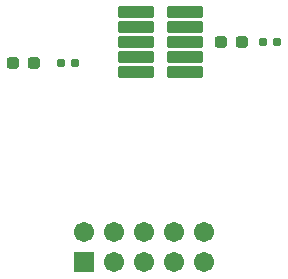
<source format=gbr>
%TF.GenerationSoftware,KiCad,Pcbnew,8.0.5*%
%TF.CreationDate,2024-11-27T14:22:03+01:00*%
%TF.ProjectId,TOF_PCB_COTE,544f465f-5043-4425-9f43-4f54452e6b69,rev?*%
%TF.SameCoordinates,Original*%
%TF.FileFunction,Soldermask,Top*%
%TF.FilePolarity,Negative*%
%FSLAX46Y46*%
G04 Gerber Fmt 4.6, Leading zero omitted, Abs format (unit mm)*
G04 Created by KiCad (PCBNEW 8.0.5) date 2024-11-27 14:22:03*
%MOMM*%
%LPD*%
G01*
G04 APERTURE LIST*
G04 Aperture macros list*
%AMRoundRect*
0 Rectangle with rounded corners*
0 $1 Rounding radius*
0 $2 $3 $4 $5 $6 $7 $8 $9 X,Y pos of 4 corners*
0 Add a 4 corners polygon primitive as box body*
4,1,4,$2,$3,$4,$5,$6,$7,$8,$9,$2,$3,0*
0 Add four circle primitives for the rounded corners*
1,1,$1+$1,$2,$3*
1,1,$1+$1,$4,$5*
1,1,$1+$1,$6,$7*
1,1,$1+$1,$8,$9*
0 Add four rect primitives between the rounded corners*
20,1,$1+$1,$2,$3,$4,$5,0*
20,1,$1+$1,$4,$5,$6,$7,0*
20,1,$1+$1,$6,$7,$8,$9,0*
20,1,$1+$1,$8,$9,$2,$3,0*%
G04 Aperture macros list end*
%ADD10RoundRect,0.237500X-0.287500X-0.237500X0.287500X-0.237500X0.287500X0.237500X-0.287500X0.237500X0*%
%ADD11RoundRect,0.160000X-0.197500X-0.160000X0.197500X-0.160000X0.197500X0.160000X-0.197500X0.160000X0*%
%ADD12RoundRect,0.102000X-1.395000X0.370000X-1.395000X-0.370000X1.395000X-0.370000X1.395000X0.370000X0*%
%ADD13RoundRect,0.102000X0.754000X-0.754000X0.754000X0.754000X-0.754000X0.754000X-0.754000X-0.754000X0*%
%ADD14C,1.712000*%
G04 APERTURE END LIST*
D10*
%TO.C,D101*%
X128500000Y-94650000D03*
X130250000Y-94650000D03*
%TD*%
D11*
%TO.C,R101*%
X132555000Y-94650000D03*
X133750000Y-94650000D03*
%TD*%
D10*
%TO.C,D102*%
X146097500Y-92900000D03*
X147847500Y-92900000D03*
%TD*%
D12*
%TO.C,J101*%
X138945000Y-90325000D03*
X143015000Y-90325000D03*
X138945000Y-91595000D03*
X143015000Y-91595000D03*
X138945000Y-92865000D03*
X143015000Y-92865000D03*
X138945000Y-94135000D03*
X143015000Y-94135000D03*
X138945000Y-95405000D03*
X143015000Y-95405000D03*
%TD*%
D11*
%TO.C,R102*%
X149652500Y-92900000D03*
X150847500Y-92900000D03*
%TD*%
D13*
%TO.C,U101*%
X134520000Y-111540000D03*
D14*
X134520000Y-109000000D03*
X137060000Y-111540000D03*
X137060000Y-109000000D03*
X139600000Y-111540000D03*
X139600000Y-109000000D03*
X142140000Y-111540000D03*
X142140000Y-109000000D03*
X144680000Y-111540000D03*
X144680000Y-109000000D03*
%TD*%
M02*

</source>
